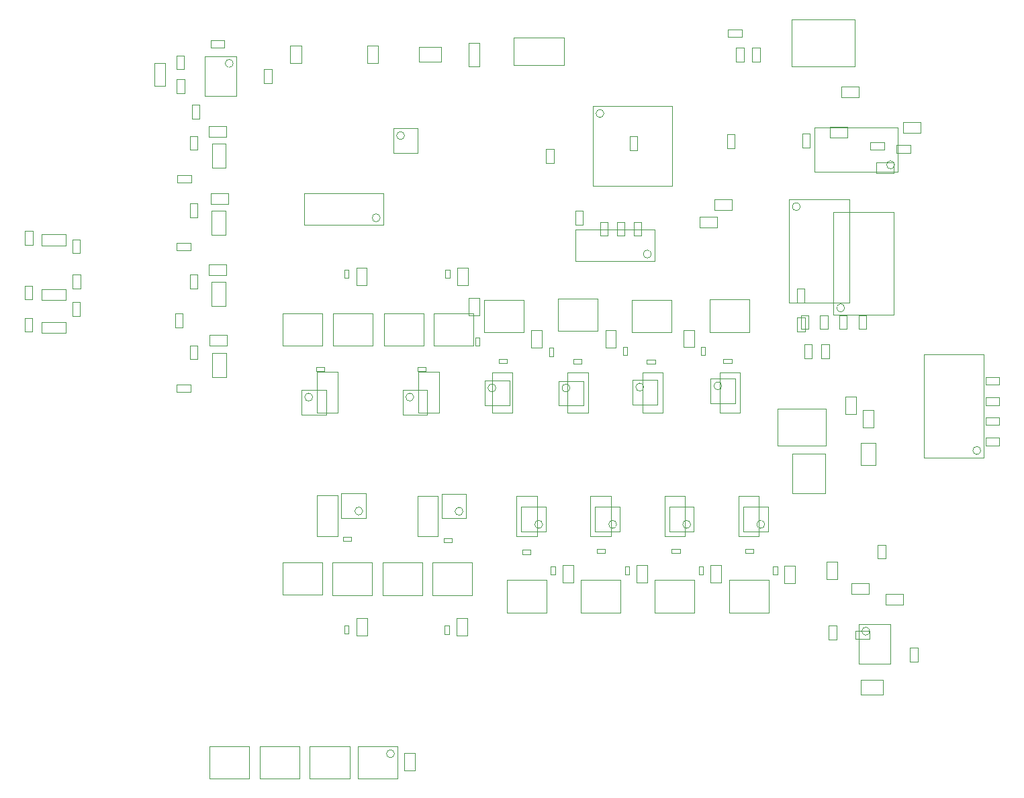
<source format=gbr>
%TF.GenerationSoftware,Altium Limited,Altium Designer,19.1.8 (144)*%
G04 Layer_Color=16711935*
%FSLAX26Y26*%
%MOIN*%
%TF.FileFunction,Other,Mechanical_13*%
%TF.Part,Single*%
G01*
G75*
%TA.AperFunction,NonConductor*%
%ADD69C,0.003937*%
D69*
X4374370Y3469197D02*
G03*
X4374370Y3469197I-19685J0D01*
G01*
X2627766Y1683409D02*
G03*
X2627766Y1683409I-19685J0D01*
G01*
X2995188D02*
G03*
X2995188Y1683409I-19685J0D01*
G01*
X3362609D02*
G03*
X3362609Y1683409I-19685J0D01*
G01*
X3730030D02*
G03*
X3730030Y1683409I-19685J0D01*
G01*
X1486299Y2315591D02*
G03*
X1486299Y2315591I-19685J0D01*
G01*
X3517409Y2371284D02*
G03*
X3517409Y2371284I-19685J0D01*
G01*
X3129744Y2365391D02*
G03*
X3129744Y2365391I-19685J0D01*
G01*
X2763095Y2360591D02*
G03*
X2763095Y2360591I-19685J0D01*
G01*
X2395673Y2361061D02*
G03*
X2395673Y2361061I-19685J0D01*
G01*
X1987736Y2315591D02*
G03*
X1987736Y2315591I-19685J0D01*
G01*
X2931890Y3724055D02*
G03*
X2931890Y3724055I-19685J0D01*
G01*
X3167102Y3025693D02*
G03*
X3167102Y3025693I-19685J0D01*
G01*
X3906512Y3261472D02*
G03*
X3906512Y3261472I-19685J0D01*
G01*
X1892022Y544307D02*
G03*
X1892022Y544307I-19685J0D01*
G01*
X4127112Y2758828D02*
G03*
X4127112Y2758828I-19685J0D01*
G01*
X1091992Y3972992D02*
G03*
X1091992Y3972992I-19685J0D01*
G01*
X1942094Y3614590D02*
G03*
X1942094Y3614590I-19685J0D01*
G01*
X1821102Y3206045D02*
G03*
X1821102Y3206045I-19685J0D01*
G01*
X1734799Y1749709D02*
G03*
X1734799Y1749709I-19685J0D01*
G01*
X2232276Y1748409D02*
G03*
X2232276Y1748409I-19685J0D01*
G01*
X4251827Y1152900D02*
G03*
X4251827Y1152900I-19685J0D01*
G01*
X4802858Y2050528D02*
G03*
X4802858Y2050528I-19685J0D01*
G01*
X3581101Y3552251D02*
Y3621149D01*
X3543699Y3552251D02*
Y3621149D01*
Y3552251D02*
X3581101D01*
X3543699Y3621149D02*
X3581101D01*
X3892299Y2711149D02*
X3929701D01*
X3892299Y2642251D02*
X3929701D01*
X3892299D02*
Y2711149D01*
X3929701Y2642251D02*
Y2711149D01*
X4011899Y2508851D02*
X4049301D01*
X4011899Y2577749D02*
X4049301D01*
Y2508851D02*
Y2577749D01*
X4011899Y2508851D02*
Y2577749D01*
X3926299Y2507751D02*
X3963701D01*
X3926299Y2576649D02*
X3963701D01*
Y2507751D02*
Y2576649D01*
X3926299Y2507751D02*
Y2576649D01*
X3890999Y2853649D02*
X3928401D01*
X3890999Y2784751D02*
X3928401D01*
X3890999D02*
Y2853649D01*
X3928401Y2784751D02*
Y2853649D01*
X4894749Y2376499D02*
Y2413901D01*
X4825851Y2376499D02*
Y2413901D01*
X4894749D01*
X4825851Y2376499D02*
X4894749D01*
Y2275799D02*
Y2313201D01*
X4825851Y2275799D02*
Y2313201D01*
X4894749D01*
X4825851Y2275799D02*
X4894749D01*
Y2177099D02*
Y2214501D01*
X4825851Y2177099D02*
Y2214501D01*
X4894749D01*
X4825851Y2177099D02*
X4894749D01*
Y2075699D02*
Y2113101D01*
X4825851Y2075699D02*
Y2113101D01*
X4894749D01*
X4825851Y2075699D02*
X4894749D01*
X4196299Y2652951D02*
X4233701D01*
X4196299Y2721849D02*
X4233701D01*
X4196299Y2652951D02*
Y2721849D01*
X4233701Y2652951D02*
Y2721849D01*
X4101033Y2652951D02*
X4138434D01*
X4101033Y2721849D02*
X4138434D01*
X4101033Y2652951D02*
Y2721849D01*
X4138434Y2652951D02*
Y2721849D01*
X4005766Y2652951D02*
X4043167D01*
X4005766Y2721849D02*
X4043167D01*
X4005766Y2652951D02*
Y2721849D01*
X4043167Y2652951D02*
Y2721849D01*
X3910499Y2652951D02*
X3947901D01*
X3910499Y2721849D02*
X3947901D01*
X3910499Y2652951D02*
Y2721849D01*
X3947901Y2652951D02*
Y2721849D01*
X3080299Y3116851D02*
X3117701D01*
X3080299Y3185749D02*
X3117701D01*
X3080299Y3116851D02*
Y3185749D01*
X3117701Y3116851D02*
Y3185749D01*
X2996099Y3116851D02*
X3033501D01*
X2996099Y3185749D02*
X3033501D01*
X2996099Y3116851D02*
Y3185749D01*
X3033501Y3116851D02*
Y3185749D01*
X2912499Y3116851D02*
X2949901D01*
X2912499Y3185749D02*
X2949901D01*
X2912499Y3116851D02*
Y3185749D01*
X2949901Y3116851D02*
Y3185749D01*
X2790099Y3171951D02*
X2827501D01*
X2790099Y3240849D02*
X2827501D01*
X2790099Y3171951D02*
Y3240849D01*
X2827501Y3171951D02*
Y3240849D01*
X701409Y3859520D02*
X752591D01*
X701409Y3974480D02*
X752591D01*
X701409Y3859520D02*
Y3974480D01*
X752591Y3859520D02*
Y3974480D01*
X3976732Y3433764D02*
Y3654236D01*
X4390118Y3433764D02*
Y3654236D01*
X3976732D02*
X4390118D01*
X3976732Y3433764D02*
X4390118D01*
X2259441Y4075843D02*
X2314559D01*
X2259441Y3956157D02*
X2314559D01*
Y4075843D01*
X2259441Y3956157D02*
Y4075843D01*
X3060699Y3610649D02*
X3098101D01*
X3060699Y3541751D02*
X3098101D01*
X3060699D02*
Y3610649D01*
X3098101Y3541751D02*
Y3610649D01*
X2571716Y2561693D02*
Y2648307D01*
X2624866Y2561693D02*
Y2648307D01*
X2571716D02*
X2624866D01*
X2571716Y2561693D02*
X2624866D01*
X2260425Y2719693D02*
Y2806307D01*
X2313575Y2719693D02*
Y2806307D01*
X2260425D02*
X2313575D01*
X2260425Y2719693D02*
X2313575D01*
X3868387Y1837305D02*
X4029804D01*
X3868387Y2034155D02*
X4029804D01*
X3868387Y1837305D02*
Y2034155D01*
X4029804Y1837305D02*
Y2034155D01*
X3792937Y2075858D02*
X4035063D01*
X3792937Y2258142D02*
X4035063D01*
X3792937Y2075858D02*
Y2258142D01*
X4035063Y2075858D02*
Y2258142D01*
X4269541Y2163423D02*
Y2250037D01*
X4216391Y2163423D02*
Y2250037D01*
Y2163423D02*
X4269541D01*
X4216391Y2250037D02*
X4269541D01*
X4280586Y1978216D02*
Y2088453D01*
X4205783Y1978216D02*
Y2088453D01*
Y1978216D02*
X4280586D01*
X4205783Y2088453D02*
X4280586D01*
X261010Y2796811D02*
Y2851929D01*
X141325Y2796811D02*
Y2851929D01*
Y2796811D02*
X261010D01*
X141325Y2851929D02*
X261010D01*
X260842Y2633258D02*
Y2688376D01*
X141157Y2633258D02*
Y2688376D01*
Y2633258D02*
X260842D01*
X141157Y2688376D02*
X260842D01*
X57132Y2639551D02*
X94533D01*
X57132Y2708449D02*
X94533D01*
Y2639551D02*
Y2708449D01*
X57132Y2639551D02*
Y2708449D01*
X295299Y2855551D02*
X332701D01*
X295299Y2924449D02*
X332701D01*
Y2855551D02*
Y2924449D01*
X295299Y2855551D02*
Y2924449D01*
X294299Y2717551D02*
X331701D01*
X294299Y2786449D02*
X331701D01*
Y2717551D02*
Y2786449D01*
X294299Y2717551D02*
Y2786449D01*
X811799Y3893949D02*
X849201D01*
X811799Y3825051D02*
X849201D01*
X811799D02*
Y3893949D01*
X849201Y3825051D02*
Y3893949D01*
X886799Y3698218D02*
Y3767116D01*
X924201Y3698218D02*
Y3767116D01*
X886799D02*
X924201D01*
X886799Y3698218D02*
X924201D01*
X2521467Y1647976D02*
X2643515D01*
X2521467Y1770024D02*
X2643515D01*
Y1647976D02*
Y1770024D01*
X2521467Y1647976D02*
Y1770024D01*
X2888889Y1647976D02*
X3010936D01*
X2888889Y1770024D02*
X3010936D01*
Y1647976D02*
Y1770024D01*
X2888889Y1647976D02*
Y1770024D01*
X3256310Y1647976D02*
X3378357D01*
X3256310Y1770024D02*
X3378357D01*
Y1647976D02*
Y1770024D01*
X3256310Y1647976D02*
Y1770024D01*
X3623731Y1647976D02*
X3745779D01*
X3623731Y1770024D02*
X3745779D01*
Y1647976D02*
Y1770024D01*
X3623731Y1647976D02*
Y1770024D01*
X1636124Y1621536D02*
X1676676D01*
X1636124Y1601064D02*
X1676676D01*
Y1621536D01*
X1636124Y1601064D02*
Y1621536D01*
X2136724Y1614236D02*
X2177276D01*
X2136724Y1593764D02*
X2177276D01*
Y1614236D01*
X2136724Y1593764D02*
Y1614236D01*
X2526724Y1535764D02*
Y1556236D01*
X2567276Y1535764D02*
Y1556236D01*
X2526724Y1535764D02*
X2567276D01*
X2526724Y1556236D02*
X2567276D01*
X2897724Y1539764D02*
Y1560236D01*
X2938276Y1539764D02*
Y1560236D01*
X2897724Y1539764D02*
X2938276D01*
X2897724Y1560236D02*
X2938276D01*
X3268969Y1541901D02*
Y1562373D01*
X3309520Y1541901D02*
Y1562373D01*
X3268969Y1541901D02*
X3309520D01*
X3268969Y1562373D02*
X3309520D01*
X3634361Y1541753D02*
Y1562225D01*
X3674912Y1541753D02*
Y1562225D01*
X3634361Y1541753D02*
X3674912D01*
X3634361Y1562225D02*
X3674912D01*
X1504724Y2444764D02*
X1545276D01*
X1504724Y2465236D02*
X1545276D01*
X1504724Y2444764D02*
Y2465236D01*
X1545276Y2444764D02*
Y2465236D01*
X1553228Y2228976D02*
Y2351024D01*
X1431181Y2228976D02*
Y2351024D01*
Y2228976D02*
X1553228D01*
X1431181Y2351024D02*
X1553228D01*
X2450276Y2482882D02*
Y2503354D01*
X2409724Y2482882D02*
Y2503354D01*
X2450276D01*
X2409724Y2482882D02*
X2450276D01*
X3566276Y2483518D02*
Y2503990D01*
X3525724Y2483518D02*
Y2503990D01*
X3566276D01*
X3525724Y2483518D02*
X3566276D01*
X3462291Y2406717D02*
X3584338D01*
X3462291Y2284670D02*
X3584338D01*
X3462291D02*
Y2406717D01*
X3584338Y2284670D02*
Y2406717D01*
X3186176Y2481664D02*
Y2502136D01*
X3145624Y2481664D02*
Y2502136D01*
X3186176D01*
X3145624Y2481664D02*
X3186176D01*
X3074626Y2400824D02*
X3196673D01*
X3074626Y2278776D02*
X3196673D01*
X3074626D02*
Y2400824D01*
X3196673Y2278776D02*
Y2400824D01*
X2822276Y2482411D02*
Y2502884D01*
X2781724Y2482411D02*
Y2502884D01*
X2822276D01*
X2781724Y2482411D02*
X2822276D01*
X2707976Y2396024D02*
X2830024D01*
X2707976Y2273976D02*
X2830024D01*
X2707976D02*
Y2396024D01*
X2830024Y2273976D02*
Y2396024D01*
X2340555Y2396494D02*
X2462602D01*
X2340555Y2274447D02*
X2462602D01*
X2340555D02*
Y2396494D01*
X2462602Y2274447D02*
Y2396494D01*
X2054666Y2228976D02*
Y2351024D01*
X1932618Y2228976D02*
Y2351024D01*
Y2228976D02*
X2054666D01*
X1932618Y2351024D02*
X2054666D01*
X2006162Y2444764D02*
X2046713D01*
X2006162Y2465236D02*
X2046713D01*
X2006162Y2444764D02*
Y2465236D01*
X2046713Y2444764D02*
Y2465236D01*
X2876772Y3365787D02*
X3270472D01*
X2876772Y3759488D02*
X3270472D01*
Y3365787D02*
Y3759488D01*
X2876772Y3365787D02*
Y3759488D01*
X4291699Y1582149D02*
X4329101D01*
X4291699Y1513251D02*
X4329101D01*
Y1582149D01*
X4291699Y1513251D02*
Y1582149D01*
X4207882Y836198D02*
Y911002D01*
X4318118Y836198D02*
Y911002D01*
X4207882D02*
X4318118D01*
X4207882Y836198D02*
X4318118D01*
X4246307Y1338782D02*
Y1391931D01*
X4159693Y1338782D02*
Y1391931D01*
Y1338782D02*
X4246307D01*
X4159693Y1391931D02*
X4246307D01*
X2865041Y1624285D02*
X2967403D01*
X2865041Y1825073D02*
X2967403D01*
X2865041Y1624285D02*
Y1825073D01*
X2967403Y1624285D02*
Y1825073D01*
X3232462Y1624285D02*
X3334824D01*
X3232462Y1825073D02*
X3334824D01*
X3232462Y1624285D02*
Y1825073D01*
X3334824Y1624285D02*
Y1825073D01*
X3702246Y1624285D02*
Y1825073D01*
X3599883Y1624285D02*
Y1825073D01*
X3702246D01*
X3599883Y1624285D02*
X3702246D01*
X2108181Y1624286D02*
Y1825073D01*
X2005819Y1624286D02*
Y1825073D01*
X2108181D01*
X2005819Y1624286D02*
X2108181D01*
X1610705Y1625585D02*
Y1826372D01*
X1508342Y1625585D02*
Y1826372D01*
X1610705D01*
X1508342Y1625585D02*
X1610705D01*
X1508819Y2238927D02*
Y2439714D01*
X1611181Y2238927D02*
Y2439714D01*
X1508819Y2238927D02*
X1611181D01*
X1508819Y2439714D02*
X1611181D01*
X2010256Y2238927D02*
Y2439714D01*
X2112618Y2238927D02*
Y2439714D01*
X2010256Y2238927D02*
X2112618D01*
X2010256Y2439714D02*
X2112618D01*
X3506096Y2439394D02*
X3608458D01*
X3506096Y2238606D02*
X3608458D01*
Y2439394D01*
X3506096Y2238606D02*
Y2439394D01*
X3123055Y2238606D02*
Y2439394D01*
X3225417Y2238606D02*
Y2439394D01*
X3123055Y2238606D02*
X3225417D01*
X3123055Y2439394D02*
X3225417D01*
X2751419Y2238606D02*
Y2439394D01*
X2853781Y2238606D02*
Y2439394D01*
X2751419Y2238606D02*
X2853781D01*
X2751419Y2439394D02*
X2853781D01*
X2376719D02*
X2479081D01*
X2376719Y2238606D02*
X2479081D01*
Y2439394D01*
X2376719Y2238606D02*
Y2439394D01*
X3552639Y1245250D02*
X3749489D01*
X3552639Y1406667D02*
X3749489D01*
X3552639Y1245250D02*
Y1406667D01*
X3749489Y1245250D02*
Y1406667D01*
X3185218Y1245250D02*
X3382068D01*
X3185218Y1406667D02*
X3382068D01*
X3185218Y1245250D02*
Y1406667D01*
X3382068Y1245250D02*
Y1406667D01*
X2817796Y1245250D02*
X3014647D01*
X2817796Y1406667D02*
X3014647D01*
X2817796Y1245250D02*
Y1406667D01*
X3014647Y1245250D02*
Y1406667D01*
X2450375Y1245250D02*
X2647225D01*
X2450375Y1406667D02*
X2647225D01*
X2450375Y1245250D02*
Y1406667D01*
X2647225Y1245250D02*
Y1406667D01*
X2082051Y1331480D02*
X2278902D01*
X2082051Y1492898D02*
X2278902D01*
X2082051Y1331480D02*
Y1492898D01*
X2278902Y1331480D02*
Y1492898D01*
X1833656Y1332780D02*
X2030506D01*
X1833656Y1494197D02*
X2030506D01*
X1833656Y1332780D02*
Y1494197D01*
X2030506Y1332780D02*
Y1494197D01*
X1584575Y1332780D02*
X1781425D01*
X1584575Y1494197D02*
X1781425D01*
X1584575Y1332780D02*
Y1494197D01*
X1781425Y1332780D02*
Y1494197D01*
X1336179Y1334079D02*
X1533029D01*
X1336179Y1495496D02*
X1533029D01*
X1336179Y1334079D02*
Y1495496D01*
X1533029Y1334079D02*
Y1495496D01*
X1338098Y2732520D02*
X1534949D01*
X1338098Y2571102D02*
X1534949D01*
Y2732520D01*
X1338098Y2571102D02*
Y2732520D01*
X1586494Y2731220D02*
X1783344D01*
X1586494Y2569803D02*
X1783344D01*
Y2731220D01*
X1586494Y2569803D02*
Y2731220D01*
X1839535Y2732520D02*
X2036386D01*
X1839535Y2571102D02*
X2036386D01*
Y2732520D01*
X1839535Y2571102D02*
Y2732520D01*
X2087931Y2731220D02*
X2284782D01*
X2087931Y2569803D02*
X2284782D01*
Y2731220D01*
X2087931Y2569803D02*
Y2731220D01*
X2336844Y2799220D02*
X2533695D01*
X2336844Y2637803D02*
X2533695D01*
Y2799220D01*
X2336844Y2637803D02*
Y2799220D01*
X2704575Y2805820D02*
X2901425D01*
X2704575Y2644402D02*
X2901425D01*
Y2805820D01*
X2704575Y2644402D02*
Y2805820D01*
X3071687Y2798644D02*
X3268537D01*
X3071687Y2637227D02*
X3268537D01*
Y2798644D01*
X3071687Y2637227D02*
Y2798644D01*
X3458651Y2799856D02*
X3655502D01*
X3458651Y2638439D02*
X3655502D01*
Y2799856D01*
X3458651Y2638439D02*
Y2799856D01*
X4369486Y3426425D02*
Y3479575D01*
X4282872Y3426425D02*
Y3479575D01*
Y3426425D02*
X4369486D01*
X4282872Y3479575D02*
X4369486D01*
X4505307Y3626425D02*
Y3679575D01*
X4418693Y3626425D02*
Y3679575D01*
Y3626425D02*
X4505307D01*
X4418693Y3679575D02*
X4505307D01*
X4383976Y3529299D02*
Y3566701D01*
X4452874Y3529299D02*
Y3566701D01*
X4383976D02*
X4452874D01*
X4383976Y3529299D02*
X4452874D01*
X4322874Y3545299D02*
Y3582701D01*
X4253976Y3545299D02*
Y3582701D01*
Y3545299D02*
X4322874D01*
X4253976Y3582701D02*
X4322874D01*
X3863189Y3958858D02*
Y4191142D01*
X4178150Y3958858D02*
Y4191142D01*
X3863189Y3958858D02*
X4178150D01*
X3863189Y4191142D02*
X4178150D01*
X3547913Y4103283D02*
X3616811D01*
X3547913Y4140685D02*
X3616811D01*
Y4103283D02*
Y4140685D01*
X3547913Y4103283D02*
Y4140685D01*
X3706063Y3982535D02*
Y4051433D01*
X3668662Y3982535D02*
Y4051433D01*
X3706063D01*
X3668662Y3982535D02*
X3706063D01*
X3588662Y3982535D02*
X3626063D01*
X3588662Y4051433D02*
X3626063D01*
X3588662Y3982535D02*
Y4051433D01*
X3626063Y3982535D02*
Y4051433D01*
X2735000Y3965480D02*
Y4100520D01*
X2485000Y3965480D02*
X2735000D01*
X2485000Y4100520D02*
X2735000D01*
X2485000Y3965480D02*
Y4100520D01*
X4053118Y3603893D02*
Y3657043D01*
X4139732Y3603893D02*
Y3657043D01*
X4053118D02*
X4139732D01*
X4053118Y3603893D02*
X4139732D01*
X2599982Y1624285D02*
Y1825073D01*
X2497619Y1624285D02*
Y1825073D01*
X2599982D01*
X2497619Y1624285D02*
X2599982D01*
X3494307Y3156425D02*
Y3209575D01*
X3407693Y3156425D02*
Y3209575D01*
X3494307D01*
X3407693Y3156425D02*
X3494307D01*
X3479693Y3244425D02*
Y3297575D01*
X3566307Y3244425D02*
Y3297575D01*
X3479693Y3244425D02*
X3566307D01*
X3479693Y3297575D02*
X3566307D01*
X4330693Y1284425D02*
Y1337575D01*
X4417307Y1284425D02*
Y1337575D01*
X4330693Y1284425D02*
X4417307D01*
X4330693Y1337575D02*
X4417307D01*
X2645488Y3477951D02*
X2682890D01*
X2645488Y3546849D02*
X2682890D01*
Y3477951D02*
Y3546849D01*
X2645488Y3477951D02*
Y3546849D01*
X2789150Y2990260D02*
X3182850D01*
X2789150Y3147740D02*
X3182850D01*
Y2990260D02*
Y3147740D01*
X2789150Y2990260D02*
Y3147740D01*
X3851394Y2785095D02*
X4150606D01*
X3851394Y3296905D02*
X4150606D01*
Y2785095D02*
Y3296905D01*
X3851394Y2785095D02*
Y3296905D01*
X984685Y2768362D02*
Y2888441D01*
X1053583Y2768362D02*
Y2888441D01*
X984685Y2768362D02*
X1053583D01*
X984685Y2888441D02*
X1053583D01*
X876250Y2855551D02*
Y2924449D01*
X913652Y2855551D02*
Y2924449D01*
X876250D02*
X913652D01*
X876250Y2855551D02*
X913652D01*
X971693Y2922073D02*
Y2975222D01*
X1058307Y2922073D02*
Y2975222D01*
X971693Y2922073D02*
X1058307D01*
X971693Y2975222D02*
X1058307D01*
X803299Y2662551D02*
Y2731449D01*
X840701Y2662551D02*
Y2731449D01*
X803299D02*
X840701D01*
X803299Y2662551D02*
X840701D01*
X1941770Y461693D02*
X1994920D01*
X1941770Y548307D02*
X1994920D01*
X1941770Y461693D02*
Y548307D01*
X1994920Y461693D02*
Y548307D01*
X1710920Y579740D02*
X1907770D01*
X1710920Y422260D02*
X1907770D01*
Y579740D01*
X1710920Y422260D02*
Y579740D01*
X4071994Y2723394D02*
Y3235206D01*
X4371206Y2723394D02*
Y3235206D01*
X4071994Y2723394D02*
X4371206D01*
X4071994Y3235206D02*
X4371206D01*
X1245299Y3944449D02*
X1282701D01*
X1245299Y3875551D02*
X1282701D01*
X1245299D02*
Y3944449D01*
X1282701Y3875551D02*
Y3944449D01*
X848701Y3943551D02*
Y4012449D01*
X811299Y3943551D02*
Y4012449D01*
Y3943551D02*
X848701D01*
X811299Y4012449D02*
X848701D01*
X979551Y4050128D02*
X1048449D01*
X979551Y4087530D02*
X1048449D01*
X979551Y4050128D02*
Y4087530D01*
X1048449Y4050128D02*
Y4087530D01*
X1107740Y3811575D02*
Y4008425D01*
X950260Y3811575D02*
Y4008425D01*
X1107740D01*
X950260Y3811575D02*
X1107740D01*
X4129609Y2232423D02*
X4182759D01*
X4129609Y2319037D02*
X4182759D01*
Y2232423D02*
Y2319037D01*
X4129609Y2232423D02*
Y2319037D01*
X141325Y3123968D02*
X261010D01*
X141325Y3068850D02*
X261010D01*
X141325D02*
Y3123968D01*
X261010Y3068850D02*
Y3123968D01*
X330701Y3030551D02*
Y3099449D01*
X293299Y3030551D02*
Y3099449D01*
Y3030551D02*
X330701D01*
X293299Y3099449D02*
X330701D01*
X94701Y2799551D02*
Y2868449D01*
X57299Y2799551D02*
Y2868449D01*
Y2799551D02*
X94701D01*
X57299Y2868449D02*
X94701D01*
X95901Y3072051D02*
Y3140949D01*
X58499Y3072051D02*
Y3140949D01*
Y3072051D02*
X95901D01*
X58499Y3140949D02*
X95901D01*
X2009024Y3527976D02*
Y3650024D01*
X1886976Y3527976D02*
Y3650024D01*
Y3527976D02*
X2009024D01*
X1886976Y3650024D02*
X2009024D01*
X1443150Y3170612D02*
X1836850D01*
X1443150Y3328092D02*
X1836850D01*
Y3170612D02*
Y3328092D01*
X1443150Y3170612D02*
Y3328092D01*
X973559Y2570270D02*
Y2623419D01*
X1060173Y2570270D02*
Y2623419D01*
X973559Y2570270D02*
X1060173D01*
X973559Y2623419D02*
X1060173D01*
X876982Y3208748D02*
Y3277646D01*
X914384Y3208748D02*
Y3277646D01*
X876982D02*
X914384D01*
X876982Y3208748D02*
X914384D01*
X981093Y3273625D02*
Y3326775D01*
X1067707Y3273625D02*
Y3326775D01*
X981093Y3273625D02*
X1067707D01*
X981093Y3326775D02*
X1067707D01*
X810417Y3045299D02*
X879315D01*
X810417Y3082701D02*
X879315D01*
X810417Y3045299D02*
Y3082701D01*
X879315Y3045299D02*
Y3082701D01*
X987751Y2415561D02*
Y2535639D01*
X1056649Y2415561D02*
Y2535639D01*
X987751Y2415561D02*
X1056649D01*
X987751Y2535639D02*
X1056649D01*
X878116Y2503748D02*
Y2572646D01*
X915518Y2503748D02*
Y2572646D01*
X878116D02*
X915518D01*
X878116Y2503748D02*
X915518D01*
X811551Y2340299D02*
X880449D01*
X811551Y2377701D02*
X880449D01*
X811551Y2340299D02*
Y2377701D01*
X880449Y2340299D02*
Y2377701D01*
X985417Y3121559D02*
Y3241638D01*
X1054315Y3121559D02*
Y3241638D01*
X985417Y3121559D02*
X1054315D01*
X985417Y3241638D02*
X1054315D01*
X986551Y3455961D02*
Y3576039D01*
X1055449Y3455961D02*
Y3576039D01*
X986551Y3455961D02*
X1055449D01*
X986551Y3576039D02*
X1055449D01*
X878116Y3543149D02*
Y3612047D01*
X915518Y3543149D02*
Y3612047D01*
X878116D02*
X915518D01*
X878116Y3543149D02*
X915518D01*
X969493Y3607825D02*
Y3660975D01*
X1056107Y3607825D02*
Y3660975D01*
X969493Y3607825D02*
X1056107D01*
X969493Y3660975D02*
X1056107D01*
X815251Y3381399D02*
X884149D01*
X815251Y3418801D02*
X884149D01*
X815251Y3381399D02*
Y3418801D01*
X884149Y3381399D02*
Y3418801D01*
X2726625Y1482307D02*
X2779774D01*
X2726625Y1395693D02*
X2779774D01*
X2726625D02*
Y1482307D01*
X2779774Y1395693D02*
Y1482307D01*
X2668987Y1433331D02*
X2690640D01*
X2668987Y1474669D02*
X2690640D01*
Y1433331D02*
Y1474669D01*
X2668987Y1433331D02*
Y1474669D01*
X2660173Y2518354D02*
X2681827D01*
X2660173Y2559692D02*
X2681827D01*
Y2518354D02*
Y2559692D01*
X2660173Y2518354D02*
Y2559692D01*
X2939138Y2561587D02*
X2992287D01*
X2939138Y2648201D02*
X2992287D01*
Y2561587D02*
Y2648201D01*
X2939138Y2561587D02*
Y2648201D01*
X3026673Y2524331D02*
X3048327D01*
X3026673Y2565669D02*
X3048327D01*
Y2524331D02*
Y2565669D01*
X3026673Y2524331D02*
Y2565669D01*
X3828925Y1477907D02*
X3882075D01*
X3828925Y1391293D02*
X3882075D01*
X3828925D02*
Y1477907D01*
X3882075Y1391293D02*
Y1477907D01*
X3771251Y1433331D02*
X3792905D01*
X3771251Y1474669D02*
X3792905D01*
Y1433331D02*
Y1474669D01*
X3771251Y1433331D02*
Y1474669D01*
X2203927Y2958307D02*
X2257077D01*
X2203927Y2871693D02*
X2257077D01*
X2203927D02*
Y2958307D01*
X2257077Y2871693D02*
Y2958307D01*
X2144321Y2906968D02*
X2165975D01*
X2144321Y2948307D02*
X2165975D01*
Y2906968D02*
Y2948307D01*
X2144321Y2906968D02*
Y2948307D01*
X1702490Y2958307D02*
X1755640D01*
X1702490Y2871693D02*
X1755640D01*
X1702490D02*
Y2958307D01*
X1755640Y2871693D02*
Y2958307D01*
X1642884Y2906968D02*
X1664537D01*
X1642884Y2948307D02*
X1664537D01*
Y2906968D02*
Y2948307D01*
X1642884Y2906968D02*
Y2948307D01*
X2201360Y1130693D02*
X2254510D01*
X2201360Y1217307D02*
X2254510D01*
Y1130693D02*
Y1217307D01*
X2201360Y1130693D02*
Y1217307D01*
X2141173Y1179669D02*
X2162827D01*
X2141173Y1138331D02*
X2162827D01*
X2141173D02*
Y1179669D01*
X2162827Y1138331D02*
Y1179669D01*
X1703883Y1131992D02*
X1757033D01*
X1703883Y1218606D02*
X1757033D01*
Y1131992D02*
Y1218606D01*
X1703883Y1131992D02*
Y1218606D01*
X1643697Y1180969D02*
X1665350D01*
X1643697Y1139630D02*
X1665350D01*
X1643697D02*
Y1180969D01*
X1665350Y1139630D02*
Y1180969D01*
X3326102Y2562799D02*
X3379252D01*
X3326102Y2649413D02*
X3379252D01*
Y2562799D02*
Y2649413D01*
X3326102Y2562799D02*
Y2649413D01*
X3413868Y2523035D02*
X3435522D01*
X3413868Y2564374D02*
X3435522D01*
Y2523035D02*
Y2564374D01*
X3413868Y2523035D02*
Y2564374D01*
X2293429Y2569801D02*
X2315082D01*
X2293429Y2611140D02*
X2315082D01*
Y2569801D02*
Y2611140D01*
X2293429Y2569801D02*
Y2611140D01*
X3461468Y1482307D02*
X3514617D01*
X3461468Y1395693D02*
X3514617D01*
X3461468D02*
Y1482307D01*
X3514617Y1395693D02*
Y1482307D01*
X3403830Y1433331D02*
X3425483D01*
X3403830Y1474669D02*
X3425483D01*
Y1433331D02*
Y1474669D01*
X3403830Y1433331D02*
Y1474669D01*
X3036408Y1433331D02*
X3058062D01*
X3036408Y1474669D02*
X3058062D01*
Y1433331D02*
Y1474669D01*
X3036408Y1433331D02*
Y1474669D01*
X3094046Y1482307D02*
X3147196D01*
X3094046Y1395693D02*
X3147196D01*
X3094046D02*
Y1482307D01*
X3147196Y1395693D02*
Y1482307D01*
X1628500Y1714276D02*
X1750547D01*
X1628500Y1836323D02*
X1750547D01*
Y1714276D02*
Y1836323D01*
X1628500Y1714276D02*
Y1836323D01*
X2125976Y1712976D02*
X2248024D01*
X2125976Y1835024D02*
X2248024D01*
Y1712976D02*
Y1835024D01*
X2125976Y1712976D02*
Y1835024D01*
X4181551Y1153057D02*
X4250449D01*
X4181551Y1115656D02*
X4250449D01*
Y1153057D01*
X4181551Y1115656D02*
Y1153057D01*
X4110118Y3856575D02*
X4196732D01*
X4110118Y3803425D02*
X4196732D01*
X4110118D02*
Y3856575D01*
X4196732Y3803425D02*
Y3856575D01*
X3917899Y3555351D02*
Y3624249D01*
X3955301Y3555351D02*
Y3624249D01*
X3917899Y3555351D02*
X3955301D01*
X3917899Y3624249D02*
X3955301D01*
X2012882Y3981047D02*
X2123118D01*
X2012882Y4055850D02*
X2123118D01*
Y3981047D02*
Y4055850D01*
X2012882Y3981047D02*
Y4055850D01*
X1756425Y3975142D02*
Y4061756D01*
X1809575Y3975142D02*
Y4061756D01*
X1756425Y3975142D02*
X1809575D01*
X1756425Y4061756D02*
X1809575D01*
X1430559Y3975142D02*
Y4061756D01*
X1375441Y3975142D02*
Y4061756D01*
X1430559D01*
X1375441Y3975142D02*
X1430559D01*
X1472366Y420803D02*
Y582220D01*
X1669217Y420803D02*
Y582220D01*
X1472366Y420803D02*
X1669217D01*
X1472366Y582220D02*
X1669217D01*
X1223971Y420803D02*
Y582220D01*
X1420821Y420803D02*
Y582220D01*
X1223971Y420803D02*
X1420821D01*
X1223971Y582220D02*
X1420821D01*
X975575Y420803D02*
Y582220D01*
X1172425Y420803D02*
Y582220D01*
X975575Y420803D02*
X1172425D01*
X975575Y582220D02*
X1172425D01*
X4090575Y1410693D02*
Y1497307D01*
X4037425Y1410693D02*
Y1497307D01*
X4090575D01*
X4037425Y1410693D02*
X4090575D01*
X4196709Y991482D02*
X4354189D01*
X4196709Y1188333D02*
X4354189D01*
Y991482D02*
Y1188333D01*
X4196709Y991482D02*
Y1188333D01*
X4489701Y1001010D02*
Y1069908D01*
X4452299Y1001010D02*
Y1069908D01*
X4489701D01*
X4452299Y1001010D02*
X4489701D01*
X4048499Y1110851D02*
Y1179749D01*
X4085901Y1110851D02*
Y1179749D01*
X4048499Y1110851D02*
X4085901D01*
X4048499Y1179749D02*
X4085901D01*
X4519394Y2526905D02*
X4818606D01*
X4519394Y2015094D02*
X4818606D01*
X4519394D02*
Y2526905D01*
X4818606Y2015094D02*
Y2526905D01*
%TF.MD5,ed129cb0ceadba40adff73fe8b68c812*%
M02*

</source>
